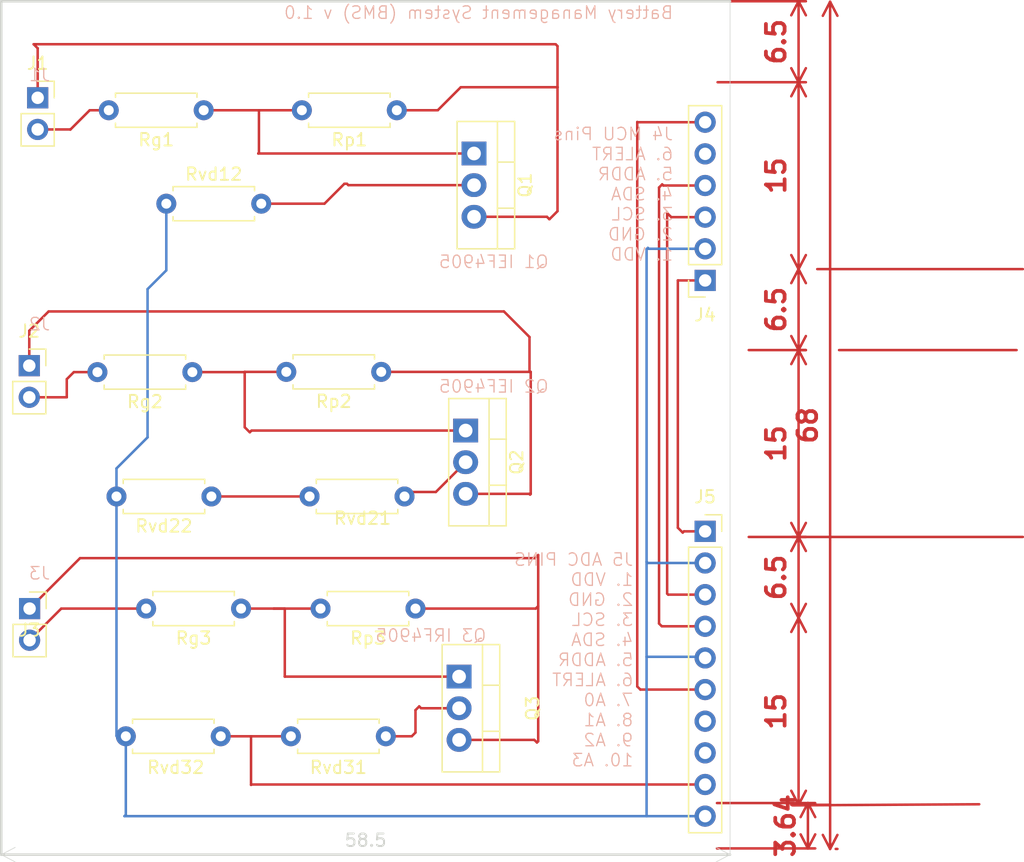
<source format=kicad_pcb>
(kicad_pcb (version 20241229) (generator "pcbnew") (generator_version "9.0")
  (title_block (title "Battery Measurement System (BMS)") (date "2025-12-31") (rev "V01") (company "RP_GM") (comment 7 "P-Channel Mosfets allows current to flow only when measuring.") (comment 8 "Three Channels: 4.2V, 8.4V, 12.6V") (comment 9 "Author: Garth John Martinsen"))
  (layers (0 "F.Cu" signal) (2 "B.Cu" signal) (13 "F.Paste" user) (15 "B.Paste" user) (5 "F.SilkS" user "F.Silkscreen") (7 "B.SilkS" user "B.Silkscreen") (1 "F.Mask" user) (3 "B.Mask" user) (25 "Edge.Cuts" user))
  (net 0 "")
  (net 1 "Net-(J1-Pin_1)")
  (net 2 "Net-(J1-Pin_2)")
  (net 3 "Net-(J2-Pin_2)")
  (net 4 "Net-(J2-Pin_1)")
  (net 5 "Net-(J3-Pin_1)")
  (net 6 "Net-(J3-Pin_2)")
  (net 7 "Net-(Q1-G)")
  (net 8 "Net-(Q2-D)")
  (net 9 "Net-(Q2-G)")
  (net 10 "Net-(Q3-G)")
  (net 11 "Net-(J4-Pin_3)")
  (net 12 "Net-(J4-Pin_6)")
  (net 13 "Net-(J4-Pin_1)")
  (net 14 "Net-(J4-Pin_4)")
  (net 15 "GND")
  (net 16 "Net-(J5-Pin_7)")
  (net 17 "Net-(J5-Pin_9)")
  (net 18 "Net-(J5-Pin_8)")
  (footprint "Connector_PinSocket_2.54mm:PinSocket_1x10_P2.54mm_Vertical" (layer "F.Cu") (at 182.5 61.05)
    (property "Reference" "J5" (at 0 -2.77 0) (layer "F.SilkS"))
    (property "Value" "ADC")
    (fp_line (start -1.33 1.27) (end -1.33 24.19) (stroke (width 0.12)) (layer "F.SilkS"))
    (fp_line (start -1.33 1.27) (end 1.33 1.27) (stroke (width 0.12)) (layer "F.SilkS"))
    (fp_line (start -1.33 24.19) (end 1.33 24.19) (stroke (width 0.12)) (layer "F.SilkS"))
    (fp_line (start 0 -1.33) (end 1.33 -1.33) (stroke (width 0.12)) (layer "F.SilkS"))
    (fp_line (start 1.33 -1.33) (end 1.33 0) (stroke (width 0.12)) (layer "F.SilkS"))
    (fp_line (start 1.33 1.27) (end 1.33 24.19) (stroke (width 0.12)) (layer "F.SilkS"))
    (pad "1" thru_hole rect (at 0 0) (size 1.7 1.7) (drill 1) (layers "*.Cu" "*.Mask") (net 13 "Net-(J4-Pin_1)"))
    (pad "2" thru_hole circle (at 0 2.54) (size 1.7 1.7) (drill 1) (layers "*.Cu" "*.Mask") (net 15 "GND"))
    (pad "3" thru_hole circle (at 0 5.08) (size 1.7 1.7) (drill 1) (layers "*.Cu" "*.Mask") (net 11 "Net-(J4-Pin_3)"))
    (pad "4" thru_hole circle (at 0 7.62) (size 1.7 1.7) (drill 1) (layers "*.Cu" "*.Mask") (net 14 "Net-(J4-Pin_4)"))
    (pad "5" thru_hole circle (at 0 10.16) (size 1.7 1.7) (drill 1) (layers "*.Cu" "*.Mask") (net 15 "GND"))
    (pad "6" thru_hole circle (at 0 12.7) (size 1.7 1.7) (drill 1) (layers "*.Cu" "*.Mask") (net 12 "Net-(J4-Pin_6)"))
    (pad "7" thru_hole circle (at 0 15.24) (size 1.7 1.7) (drill 1) (layers "*.Cu" "*.Mask") (net 16 "Net-(J5-Pin_7)"))
    (pad "8" thru_hole circle (at 0 17.78) (size 1.7 1.7) (drill 1) (layers "*.Cu" "*.Mask") (net 18 "Net-(J5-Pin_8)"))
    (pad "9" thru_hole circle (at 0 20.32) (size 1.7 1.7) (drill 1) (layers "*.Cu" "*.Mask") (net 17 "Net-(J5-Pin_9)"))
    (pad "10" thru_hole circle (at 0 22.86) (size 1.7 1.7) (drill 1) (layers "*.Cu" "*.Mask") (net 15 "GND"))
  )
  (footprint "Package_TO_SOT_THT:TO-220-3_Vertical" (layer "F.Cu") (at 163.276 52.96 -90)
    (property "Reference" "Q2" (at 2.54 -4.1 270) (layer "F.SilkS"))
    (property "Value" "IRF4905")
    (fp_line (start -2.57 1.36) (end -2.57 -3.26) (stroke (width 0.12)) (layer "F.SilkS"))
    (fp_line (start 7.65 1.36) (end -2.57 1.36) (stroke (width 0.12)) (layer "F.SilkS"))
    (fp_line (start -2.57 -1.88) (end 7.65 -1.88) (stroke (width 0.12)) (layer "F.SilkS"))
    (fp_line (start -2.57 -3.26) (end 7.65 -3.26) (stroke (width 0.12)) (layer "F.SilkS"))
    (fp_line (start 0.69 -3.26) (end 0.69 -1.88) (stroke (width 0.12)) (layer "F.SilkS"))
    (fp_line (start 4.39 -3.26) (end 4.39 -1.88) (stroke (width 0.12)) (layer "F.SilkS"))
    (fp_line (start 7.65 -3.26) (end 7.65 1.36) (stroke (width 0.12)) (layer "F.SilkS"))
    (pad "1" thru_hole rect (at 0 0 270) (size 1.905 2) (drill 1.1) (layers "*.Cu" "*.Mask") (net 9 "Net-(Q2-G)"))
    (pad "2" thru_hole oval (at 2.54 0 270) (size 1.905 2) (drill 1.1) (layers "*.Cu" "*.Mask") (net 8 "Net-(Q2-D)"))
    (pad "3" thru_hole oval (at 5.08 0 270) (size 1.905 2) (drill 1.1) (layers "*.Cu" "*.Mask") (net 4 "Net-(J2-Pin_1)"))
  )
  (footprint "Resistor_THT:R_Axial_DIN0207_L6.3mm_D2.5mm_P7.62mm_Horizontal" (layer "F.Cu") (at 156.5 48.25 180)
    (property "Reference" "Rp2" (at 3.81 -2.37 180) (layer "F.SilkS"))
    (property "Value" "10k")
    (fp_line (start 7.08 1.37) (end 7.08 1.04) (stroke (width 0.12)) (layer "F.SilkS"))
    (fp_line (start 7.08 -1.37) (end 7.08 -1.04) (stroke (width 0.12)) (layer "F.SilkS"))
    (fp_line (start 0.54 1.37) (end 7.08 1.37) (stroke (width 0.12)) (layer "F.SilkS"))
    (fp_line (start 0.54 1.04) (end 0.54 1.37) (stroke (width 0.12)) (layer "F.SilkS"))
    (fp_line (start 0.54 -1.04) (end 0.54 -1.37) (stroke (width 0.12)) (layer "F.SilkS"))
    (fp_line (start 0.54 -1.37) (end 7.08 -1.37) (stroke (width 0.12)) (layer "F.SilkS"))
    (pad "1" thru_hole circle (at 0 0 180) (size 1.6 1.6) (drill 0.8) (layers "*.Cu" "*.Mask") (net 4 "Net-(J2-Pin_1)"))
    (pad "2" thru_hole circle (at 7.62 0 180) (size 1.6 1.6) (drill 0.8) (layers "*.Cu" "*.Mask") (net 9 "Net-(Q2-G)"))
  )
  (footprint "Resistor_THT:R_Axial_DIN0207_L6.3mm_D2.5mm_P7.62mm_Horizontal" (layer "F.Cu") (at 150.75 58.25)
    (property "Reference" "Rvd21" (at 4.25 1.75 0) (layer "F.SilkS"))
    (property "Value" "680")
    (fp_line (start 0.54 -1.37) (end 7.08 -1.37) (stroke (width 0.12)) (layer "F.SilkS"))
    (fp_line (start 0.54 -1.04) (end 0.54 -1.37) (stroke (width 0.12)) (layer "F.SilkS"))
    (fp_line (start 0.54 1.04) (end 0.54 1.37) (stroke (width 0.12)) (layer "F.SilkS"))
    (fp_line (start 0.54 1.37) (end 7.08 1.37) (stroke (width 0.12)) (layer "F.SilkS"))
    (fp_line (start 7.08 -1.37) (end 7.08 -1.04) (stroke (width 0.12)) (layer "F.SilkS"))
    (fp_line (start 7.08 1.37) (end 7.08 1.04) (stroke (width 0.12)) (layer "F.SilkS"))
    (pad "1" thru_hole circle (at 0 0) (size 1.6 1.6) (drill 0.8) (layers "*.Cu" "*.Mask") (net 18 "Net-(J5-Pin_8)"))
    (pad "2" thru_hole circle (at 7.62 0) (size 1.6 1.6) (drill 0.8) (layers "*.Cu" "*.Mask") (net 8 "Net-(Q2-D)"))
  )
  (footprint "Resistor_THT:R_Axial_DIN0207_L6.3mm_D2.5mm_P7.62mm_Horizontal" (layer "F.Cu") (at 145.25 67.25 180)
    (property "Reference" "Rg3" (at 3.81 -2.37 180) (layer "F.SilkS"))
    (property "Value" "680")
    (fp_line (start 7.08 1.37) (end 7.08 1.04) (stroke (width 0.12)) (layer "F.SilkS"))
    (fp_line (start 7.08 -1.37) (end 7.08 -1.04) (stroke (width 0.12)) (layer "F.SilkS"))
    (fp_line (start 0.54 1.37) (end 7.08 1.37) (stroke (width 0.12)) (layer "F.SilkS"))
    (fp_line (start 0.54 1.04) (end 0.54 1.37) (stroke (width 0.12)) (layer "F.SilkS"))
    (fp_line (start 0.54 -1.04) (end 0.54 -1.37) (stroke (width 0.12)) (layer "F.SilkS"))
    (fp_line (start 0.54 -1.37) (end 7.08 -1.37) (stroke (width 0.12)) (layer "F.SilkS"))
    (pad "1" thru_hole circle (at 0 0 180) (size 1.6 1.6) (drill 0.8) (layers "*.Cu" "*.Mask") (net 10 "Net-(Q3-G)"))
    (pad "2" thru_hole circle (at 7.62 0 180) (size 1.6 1.6) (drill 0.8) (layers "*.Cu" "*.Mask") (net 6 "Net-(J3-Pin_2)"))
  )
  (footprint "Resistor_THT:R_Axial_DIN0207_L6.3mm_D2.5mm_P7.62mm_Horizontal" (layer "F.Cu") (at 139.25 34.75)
    (property "Reference" "Rvd12" (at 3.81 -2.37 0) (layer "F.SilkS"))
    (property "Value" "1k")
    (fp_line (start 0.54 -1.37) (end 7.08 -1.37) (stroke (width 0.12)) (layer "F.SilkS"))
    (fp_line (start 0.54 -1.04) (end 0.54 -1.37) (stroke (width 0.12)) (layer "F.SilkS"))
    (fp_line (start 0.54 1.04) (end 0.54 1.37) (stroke (width 0.12)) (layer "F.SilkS"))
    (fp_line (start 0.54 1.37) (end 7.08 1.37) (stroke (width 0.12)) (layer "F.SilkS"))
    (fp_line (start 7.08 -1.37) (end 7.08 -1.04) (stroke (width 0.12)) (layer "F.SilkS"))
    (fp_line (start 7.08 1.37) (end 7.08 1.04) (stroke (width 0.12)) (layer "F.SilkS"))
    (pad "1" thru_hole circle (at 0 0) (size 1.6 1.6) (drill 0.8) (layers "*.Cu" "*.Mask") (net 15 "GND"))
    (pad "2" thru_hole circle (at 7.62 0) (size 1.6 1.6) (drill 0.8) (layers "*.Cu" "*.Mask") (net 16 "Net-(J5-Pin_7)"))
  )
  (footprint "Connector_PinSocket_2.54mm:PinSocket_1x02_P2.54mm_Vertical" (layer "F.Cu") (at 128.275 67.25)
    (property "Reference" "J3" (at 0 1.73 0) (layer "F.SilkS"))
    (property "Value" "12.6V")
    (fp_line (start -1.33 1.27) (end -1.33 3.87) (stroke (width 0.12)) (layer "F.SilkS"))
    (fp_line (start -1.33 1.27) (end 1.33 1.27) (stroke (width 0.12)) (layer "F.SilkS"))
    (fp_line (start -1.33 3.87) (end 1.33 3.87) (stroke (width 0.12)) (layer "F.SilkS"))
    (fp_line (start 0 -1.33) (end 1.33 -1.33) (stroke (width 0.12)) (layer "F.SilkS"))
    (fp_line (start 1.33 -1.33) (end 1.33 0) (stroke (width 0.12)) (layer "F.SilkS"))
    (fp_line (start 1.33 1.27) (end 1.33 3.87) (stroke (width 0.12)) (layer "F.SilkS"))
    (pad "1" thru_hole rect (at 0 0) (size 1.7 1.7) (drill 1) (layers "*.Cu" "*.Mask") (net 5 "Net-(J3-Pin_1)"))
    (pad "2" thru_hole circle (at 0 2.54) (size 1.7 1.7) (drill 1) (layers "*.Cu" "*.Mask") (net 6 "Net-(J3-Pin_2)"))
  )
  (footprint "Package_TO_SOT_THT:TO-220-3_Vertical" (layer "F.Cu") (at 162.75 72.71 -90)
    (property "Reference" "Q3" (at 2.54 -5.9 90) (layer "F.SilkS"))
    (property "Value" "IRF4905")
    (fp_line (start -2.57 1.36) (end -2.57 -3.26) (stroke (width 0.12)) (layer "F.SilkS"))
    (fp_line (start 7.65 1.36) (end -2.57 1.36) (stroke (width 0.12)) (layer "F.SilkS"))
    (fp_line (start -2.57 -1.88) (end 7.65 -1.88) (stroke (width 0.12)) (layer "F.SilkS"))
    (fp_line (start -2.57 -3.26) (end 7.65 -3.26) (stroke (width 0.12)) (layer "F.SilkS"))
    (fp_line (start 0.69 -3.26) (end 0.69 -1.88) (stroke (width 0.12)) (layer "F.SilkS"))
    (fp_line (start 4.39 -3.26) (end 4.39 -1.88) (stroke (width 0.12)) (layer "F.SilkS"))
    (fp_line (start 7.65 -3.26) (end 7.65 1.36) (stroke (width 0.12)) (layer "F.SilkS"))
    (pad "1" thru_hole rect (at 0 0 270) (size 1.905 2) (drill 1.1) (layers "*.Cu" "*.Mask") (net 10 "Net-(Q3-G)"))
    (pad "2" thru_hole oval (at 2.54 0 270) (size 1.905 2) (drill 1.1) (layers "*.Cu" "*.Mask") (net 17 "Net-(J5-Pin_9)"))
    (pad "3" thru_hole oval (at 5.08 0 270) (size 1.905 2) (drill 1.1) (layers "*.Cu" "*.Mask") (net 5 "Net-(J3-Pin_1)"))
  )
  (footprint "Connector_PinSocket_2.54mm:PinSocket_1x02_P2.54mm_Vertical" (layer "F.Cu") (at 128.9245 26.25)
    (property "Reference" "J1" (at 0 -2.77 0) (layer "F.SilkS"))
    (property "Value" "4.2V")
    (fp_line (start -1.33 1.27) (end -1.33 3.87) (stroke (width 0.12)) (layer "F.SilkS"))
    (fp_line (start -1.33 1.27) (end 1.33 1.27) (stroke (width 0.12)) (layer "F.SilkS"))
    (fp_line (start -1.33 3.87) (end 1.33 3.87) (stroke (width 0.12)) (layer "F.SilkS"))
    (fp_line (start 0 -1.33) (end 1.33 -1.33) (stroke (width 0.12)) (layer "F.SilkS"))
    (fp_line (start 1.33 -1.33) (end 1.33 0) (stroke (width 0.12)) (layer "F.SilkS"))
    (fp_line (start 1.33 1.27) (end 1.33 3.87) (stroke (width 0.12)) (layer "F.SilkS"))
    (pad "1" thru_hole rect (at 0 0) (size 1.7 1.7) (drill 1) (layers "*.Cu" "*.Mask") (net 1 "Net-(J1-Pin_1)"))
    (pad "2" thru_hole circle (at 0 2.54) (size 1.7 1.7) (drill 1) (layers "*.Cu" "*.Mask") (net 2 "Net-(J1-Pin_2)"))
  )
  (footprint "Resistor_THT:R_Axial_DIN0207_L6.3mm_D2.5mm_P7.62mm_Horizontal" (layer "F.Cu") (at 141.34 48.27 180)
    (property "Reference" "Rg2" (at 3.81 -2.37 180) (layer "F.SilkS"))
    (property "Value" "470")
    (fp_line (start 7.08 1.37) (end 7.08 1.04) (stroke (width 0.12)) (layer "F.SilkS"))
    (fp_line (start 7.08 -1.37) (end 7.08 -1.04) (stroke (width 0.12)) (layer "F.SilkS"))
    (fp_line (start 0.54 1.37) (end 7.08 1.37) (stroke (width 0.12)) (layer "F.SilkS"))
    (fp_line (start 0.54 1.04) (end 0.54 1.37) (stroke (width 0.12)) (layer "F.SilkS"))
    (fp_line (start 0.54 -1.04) (end 0.54 -1.37) (stroke (width 0.12)) (layer "F.SilkS"))
    (fp_line (start 0.54 -1.37) (end 7.08 -1.37) (stroke (width 0.12)) (layer "F.SilkS"))
    (pad "1" thru_hole circle (at 0 0 180) (size 1.6 1.6) (drill 0.8) (layers "*.Cu" "*.Mask") (net 9 "Net-(Q2-G)"))
    (pad "2" thru_hole circle (at 7.62 0 180) (size 1.6 1.6) (drill 0.8) (layers "*.Cu" "*.Mask") (net 3 "Net-(J2-Pin_2)"))
  )
  (footprint "Resistor_THT:R_Axial_DIN0207_L6.3mm_D2.5mm_P7.62mm_Horizontal" (layer "F.Cu") (at 157.75 27.25 180)
    (property "Reference" "Rp1" (at 3.81 -2.37 180) (layer "F.SilkS"))
    (property "Value" "10k")
    (fp_line (start 7.08 1.37) (end 7.08 1.04) (stroke (width 0.12)) (layer "F.SilkS"))
    (fp_line (start 7.08 -1.37) (end 7.08 -1.04) (stroke (width 0.12)) (layer "F.SilkS"))
    (fp_line (start 0.54 1.37) (end 7.08 1.37) (stroke (width 0.12)) (layer "F.SilkS"))
    (fp_line (start 0.54 1.04) (end 0.54 1.37) (stroke (width 0.12)) (layer "F.SilkS"))
    (fp_line (start 0.54 -1.04) (end 0.54 -1.37) (stroke (width 0.12)) (layer "F.SilkS"))
    (fp_line (start 0.54 -1.37) (end 7.08 -1.37) (stroke (width 0.12)) (layer "F.SilkS"))
    (pad "1" thru_hole circle (at 0 0 180) (size 1.6 1.6) (drill 0.8) (layers "*.Cu" "*.Mask") (net 1 "Net-(J1-Pin_1)"))
    (pad "2" thru_hole circle (at 7.62 0 180) (size 1.6 1.6) (drill 0.8) (layers "*.Cu" "*.Mask") (net 7 "Net-(Q1-G)"))
  )
  (footprint "Connector_PinSocket_2.54mm:PinSocket_1x02_P2.54mm_Vertical" (layer "F.Cu") (at 128.25 47.75)
    (property "Reference" "J2" (at 0 -2.77 0) (layer "F.SilkS"))
    (property "Value" "8.4V")
    (fp_line (start -1.33 1.27) (end -1.33 3.87) (stroke (width 0.12)) (layer "F.SilkS"))
    (fp_line (start -1.33 1.27) (end 1.33 1.27) (stroke (width 0.12)) (layer "F.SilkS"))
    (fp_line (start -1.33 3.87) (end 1.33 3.87) (stroke (width 0.12)) (layer "F.SilkS"))
    (fp_line (start 0 -1.33) (end 1.33 -1.33) (stroke (width 0.12)) (layer "F.SilkS"))
    (fp_line (start 1.33 -1.33) (end 1.33 0) (stroke (width 0.12)) (layer "F.SilkS"))
    (fp_line (start 1.33 1.27) (end 1.33 3.87) (stroke (width 0.12)) (layer "F.SilkS"))
    (pad "1" thru_hole rect (at 0 0) (size 1.7 1.7) (drill 1) (layers "*.Cu" "*.Mask") (net 4 "Net-(J2-Pin_1)"))
    (pad "2" thru_hole circle (at 0 2.54) (size 1.7 1.7) (drill 1) (layers "*.Cu" "*.Mask") (net 3 "Net-(J2-Pin_2)"))
  )
  (footprint "Resistor_THT:R_Axial_DIN0207_L6.3mm_D2.5mm_P7.62mm_Horizontal" (layer "F.Cu") (at 142.87 58.25 180)
    (property "Reference" "Rvd22" (at 3.81 -2.37 0) (layer "F.SilkS"))
    (property "Value" "510")
    (fp_line (start 7.08 1.37) (end 7.08 1.04) (stroke (width 0.12)) (layer "F.SilkS"))
    (fp_line (start 7.08 -1.37) (end 7.08 -1.04) (stroke (width 0.12)) (layer "F.SilkS"))
    (fp_line (start 0.54 1.37) (end 7.08 1.37) (stroke (width 0.12)) (layer "F.SilkS"))
    (fp_line (start 0.54 1.04) (end 0.54 1.37) (stroke (width 0.12)) (layer "F.SilkS"))
    (fp_line (start 0.54 -1.04) (end 0.54 -1.37) (stroke (width 0.12)) (layer "F.SilkS"))
    (fp_line (start 0.54 -1.37) (end 7.08 -1.37) (stroke (width 0.12)) (layer "F.SilkS"))
    (pad "1" thru_hole circle (at 0 0 180) (size 1.6 1.6) (drill 0.8) (layers "*.Cu" "*.Mask") (net 18 "Net-(J5-Pin_8)"))
    (pad "2" thru_hole circle (at 7.62 0 180) (size 1.6 1.6) (drill 0.8) (layers "*.Cu" "*.Mask") (net 15 "GND"))
  )
  (footprint "Resistor_THT:R_Axial_DIN0207_L6.3mm_D2.5mm_P7.62mm_Horizontal" (layer "F.Cu") (at 159.25 67.25 180)
    (property "Reference" "Rp3" (at 3.81 -2.37 180) (layer "F.SilkS"))
    (property "Value" "10k")
    (fp_line (start 7.08 1.37) (end 7.08 1.04) (stroke (width 0.12)) (layer "F.SilkS"))
    (fp_line (start 7.08 -1.37) (end 7.08 -1.04) (stroke (width 0.12)) (layer "F.SilkS"))
    (fp_line (start 0.54 1.37) (end 7.08 1.37) (stroke (width 0.12)) (layer "F.SilkS"))
    (fp_line (start 0.54 1.04) (end 0.54 1.37) (stroke (width 0.12)) (layer "F.SilkS"))
    (fp_line (start 0.54 -1.04) (end 0.54 -1.37) (stroke (width 0.12)) (layer "F.SilkS"))
    (fp_line (start 0.54 -1.37) (end 7.08 -1.37) (stroke (width 0.12)) (layer "F.SilkS"))
    (pad "1" thru_hole circle (at 0 0 180) (size 1.6 1.6) (drill 0.8) (layers "*.Cu" "*.Mask") (net 5 "Net-(J3-Pin_1)"))
    (pad "2" thru_hole circle (at 7.62 0 180) (size 1.6 1.6) (drill 0.8) (layers "*.Cu" "*.Mask") (net 10 "Net-(Q3-G)"))
  )
  (footprint "Resistor_THT:R_Axial_DIN0207_L6.3mm_D2.5mm_P7.62mm_Horizontal" (layer "F.Cu") (at 136 77.5)
    (property "Reference" "Rvd32" (at 4 2.5 0) (layer "F.SilkS"))
    (property "Value" "330")
    (fp_line (start 0.54 -1.37) (end 7.08 -1.37) (stroke (width 0.12)) (layer "F.SilkS"))
    (fp_line (start 0.54 -1.04) (end 0.54 -1.37) (stroke (width 0.12)) (layer "F.SilkS"))
    (fp_line (start 0.54 1.04) (end 0.54 1.37) (stroke (width 0.12)) (layer "F.SilkS"))
    (fp_line (start 0.54 1.37) (end 7.08 1.37) (stroke (width 0.12)) (layer "F.SilkS"))
    (fp_line (start 7.08 -1.37) (end 7.08 -1.04) (stroke (width 0.12)) (layer "F.SilkS"))
    (fp_line (start 7.08 1.37) (end 7.08 1.04) (stroke (width 0.12)) (layer "F.SilkS"))
    (pad "1" thru_hole circle (at 0 0) (size 1.6 1.6) (drill 0.8) (layers "*.Cu" "*.Mask") (net 15 "GND"))
    (pad "2" thru_hole circle (at 7.62 0) (size 1.6 1.6) (drill 0.8) (layers "*.Cu" "*.Mask") (net 17 "Net-(J5-Pin_9)"))
  )
  (footprint "Connector_PinSocket_2.54mm:PinSocket_1x06_P2.54mm_Vertical" (layer "F.Cu") (at 182.5 40.91 180)
    (property "Reference" "J4" (at 0 -2.77 180) (layer "F.SilkS"))
    (property "Value" "MCU")
    (fp_line (start 1.33 1.27) (end 1.33 14.03) (stroke (width 0.12)) (layer "F.SilkS"))
    (fp_line (start 1.33 -1.33) (end 1.33 0) (stroke (width 0.12)) (layer "F.SilkS"))
    (fp_line (start 0 -1.33) (end 1.33 -1.33) (stroke (width 0.12)) (layer "F.SilkS"))
    (fp_line (start -1.33 14.03) (end 1.33 14.03) (stroke (width 0.12)) (layer "F.SilkS"))
    (fp_line (start -1.33 1.27) (end 1.33 1.27) (stroke (width 0.12)) (layer "F.SilkS"))
    (fp_line (start -1.33 1.27) (end -1.33 14.03) (stroke (width 0.12)) (layer "F.SilkS"))
    (pad "1" thru_hole rect (at 0 0 180) (size 1.7 1.7) (drill 1) (layers "*.Cu" "*.Mask") (net 13 "Net-(J4-Pin_1)"))
    (pad "2" thru_hole circle (at 0 2.54 180) (size 1.7 1.7) (drill 1) (layers "*.Cu" "*.Mask") (net 15 "GND"))
    (pad "3" thru_hole circle (at 0 5.08 180) (size 1.7 1.7) (drill 1) (layers "*.Cu" "*.Mask") (net 11 "Net-(J4-Pin_3)"))
    (pad "4" thru_hole circle (at 0 7.62 180) (size 1.7 1.7) (drill 1) (layers "*.Cu" "*.Mask") (net 14 "Net-(J4-Pin_4)"))
    (pad "5" thru_hole circle (at 0 10.16 180) (size 1.7 1.7) (drill 1) (layers "*.Cu" "*.Mask") (net 15 "GND"))
    (pad "6" thru_hole circle (at 0 12.7 180) (size 1.7 1.7) (drill 1) (layers "*.Cu" "*.Mask") (net 12 "Net-(J4-Pin_6)"))
  )
  (footprint "Resistor_THT:R_Axial_DIN0207_L6.3mm_D2.5mm_P7.62mm_Horizontal" (layer "F.Cu") (at 142.25 27.25 180)
    (property "Reference" "Rg1" (at 3.81 -2.37 180) (layer "F.SilkS"))
    (property "Value" "220")
    (fp_line (start 7.08 1.37) (end 7.08 1.04) (stroke (width 0.12)) (layer "F.SilkS"))
    (fp_line (start 7.08 -1.37) (end 7.08 -1.04) (stroke (width 0.12)) (layer "F.SilkS"))
    (fp_line (start 0.54 1.37) (end 7.08 1.37) (stroke (width 0.12)) (layer "F.SilkS"))
    (fp_line (start 0.54 1.04) (end 0.54 1.37) (stroke (width 0.12)) (layer "F.SilkS"))
    (fp_line (start 0.54 -1.04) (end 0.54 -1.37) (stroke (width 0.12)) (layer "F.SilkS"))
    (fp_line (start 0.54 -1.37) (end 7.08 -1.37) (stroke (width 0.12)) (layer "F.SilkS"))
    (pad "1" thru_hole circle (at 0 0 180) (size 1.6 1.6) (drill 0.8) (layers "*.Cu" "*.Mask") (net 7 "Net-(Q1-G)"))
    (pad "2" thru_hole circle (at 7.62 0 180) (size 1.6 1.6) (drill 0.8) (layers "*.Cu" "*.Mask") (net 2 "Net-(J1-Pin_2)"))
  )
  (footprint "Resistor_THT:R_Axial_DIN0207_L6.3mm_D2.5mm_P7.62mm_Horizontal" (layer "F.Cu") (at 149.25 77.5)
    (property "Reference" "Rvd31" (at 3.81 2.5 0) (layer "F.SilkS"))
    (property "Value" "1k")
    (fp_line (start 0.54 -1.37) (end 7.08 -1.37) (stroke (width 0.12)) (layer "F.SilkS"))
    (fp_line (start 0.54 -1.04) (end 0.54 -1.37) (stroke (width 0.12)) (layer "F.SilkS"))
    (fp_line (start 0.54 1.04) (end 0.54 1.37) (stroke (width 0.12)) (layer "F.SilkS"))
    (fp_line (start 0.54 1.37) (end 7.08 1.37) (stroke (width 0.12)) (layer "F.SilkS"))
    (fp_line (start 7.08 -1.37) (end 7.08 -1.04) (stroke (width 0.12)) (layer "F.SilkS"))
    (fp_line (start 7.08 1.37) (end 7.08 1.04) (stroke (width 0.12)) (layer "F.SilkS"))
    (pad "1" thru_hole circle (at 0 0) (size 1.6 1.6) (drill 0.8) (layers "*.Cu" "*.Mask") (net 17 "Net-(J5-Pin_9)"))
    (pad "2" thru_hole circle (at 7.62 0) (size 1.6 1.6) (drill 0.8) (layers "*.Cu" "*.Mask") (net 17 "Net-(J5-Pin_9)"))
  )
  (footprint "Package_TO_SOT_THT:TO-220-3_Vertical" (layer "F.Cu") (at 163.949 30.721 -90)
    (property "Reference" "Q1" (at 2.54 -4.1 270) (layer "F.SilkS"))
    (property "Value" "IRF4905")
    (fp_line (start -2.57 1.36) (end -2.57 -3.26) (stroke (width 0.12)) (layer "F.SilkS"))
    (fp_line (start 7.65 1.36) (end -2.57 1.36) (stroke (width 0.12)) (layer "F.SilkS"))
    (fp_line (start -2.57 -1.88) (end 7.65 -1.88) (stroke (width 0.12)) (layer "F.SilkS"))
    (fp_line (start -2.57 -3.26) (end 7.65 -3.26) (stroke (width 0.12)) (layer "F.SilkS"))
    (fp_line (start 0.69 -3.26) (end 0.69 -1.88) (stroke (width 0.12)) (layer "F.SilkS"))
    (fp_line (start 4.39 -3.26) (end 4.39 -1.88) (stroke (width 0.12)) (layer "F.SilkS"))
    (fp_line (start 7.65 -3.26) (end 7.65 1.36) (stroke (width 0.12)) (layer "F.SilkS"))
    (pad "1" thru_hole rect (at 0 0 270) (size 1.905 2) (drill 1.1) (layers "*.Cu" "*.Mask") (net 7 "Net-(Q1-G)"))
    (pad "2" thru_hole oval (at 2.54 0 270) (size 1.905 2) (drill 1.1) (layers "*.Cu" "*.Mask") (net 16 "Net-(J5-Pin_7)"))
    (pad "3" thru_hole oval (at 5.08 0 270) (size 1.905 2) (drill 1.1) (layers "*.Cu" "*.Mask") (net 1 "Net-(J1-Pin_1)"))
  )
  (gr_line (start 189.5 83.044378) (end 204.5 82.955621) (stroke (width 0.2)) (layer "F.Cu"))
  (gr_line (start 193.25 46.5) (end 207.5 46.5) (stroke (width 0.2)) (layer "F.Cu"))
  (gr_line (start 191.5 40) (end 208 40) (stroke (width 0.2)) (layer "F.Cu"))
  (gr_line (start 189.5 61.5) (end 208 61.5) (stroke (width 0.2)) (layer "F.Cu"))
  (gr_line (start 126 18.5) (end 184.5 18.5) (stroke (width 0.2)) (layer "Edge.Cuts"))
  (gr_line (start 126 87) (end 184.5 87) (stroke (width 0.2)) (layer "Edge.Cuts"))
  (gr_line (start 126 18.5) (end 126 87) (stroke (width 0.2)) (layer "Edge.Cuts"))
  (gr_line (start 184.5 18.5) (end 184.5 87) (stroke (width 0.05)) (layer "Edge.Cuts"))
  (gr_text "J2" (at 130 45 0) (layer "B.SilkS") (effects (font (size 1 1) (thickness 0.1)) (justify left bottom mirror)))
  (gr_text "J1" (at 130 25 0) (layer "B.SilkS") (effects (font (size 1 1) (thickness 0.1)) (justify left bottom mirror)))
  (gr_text "J3" (at 130 65 0) (layer "B.SilkS") (effects (font (size 1 1) (thickness 0.1)) (justify left bottom mirror)))
  (gr_text "Battery Management System (BMS) v 1.0" (at 180 20 0) (layer "B.SilkS") (effects (font (size 1 1) (thickness 0.1)) (justify left bottom mirror)))
  (gr_text "J4 MCU Pins\n6. ALERT\n5. ADDR\n4. SDA\n3. SCL\n2. GND\n1. VDD\n" (at 180 39.4 0) (layer "B.SilkS") (effects (font (size 1 1) (thickness 0.1)) (justify left bottom mirror)))
  (gr_text "Q3 IRF4905" (at 165 70 0) (layer "B.SilkS") (effects (font (size 1 1) (thickness 0.1)) (justify left bottom mirror)))
  (gr_text "Q1 IEF4905" (at 170 40 0) (layer "B.SilkS") (effects (font (size 1 1) (thickness 0.1)) (justify left bottom mirror)))
  (gr_text "J5 ADC PINS\n1. VDD\n2. GND\n3. SCL\n4. SDA\n5. ADDR\n6. ALERT\n7. A0\n8. A1\n9. A2\n10. A3" (at 176.8 80 0) (layer "B.SilkS") (effects (font (size 1 1) (thickness 0.1)) (justify left bottom mirror)))
  (gr_text "Q2 IEF4905" (at 170 50 0) (layer "B.SilkS") (effects (font (size 1 1) (thickness 0.1)) (justify left bottom mirror)))
  (dimension (type orthogonal) (layer "F.Cu") (pts (xy 182.95 82.86) (xy 182.95 86.5)) (height 7.8) (orientation 1) (format (prefix "") (suffix "") (units 3) (units_format 0) (precision 4) (suppress_zeroes yes)) (style (thickness 0.2) (arrow_length 1.27) (text_position_mode 0) (arrow_direction outward) (extension_height 0.58642) (extension_offset 0.5) (keep_text_aligned yes)) (gr_text "143.3071" (at 188.95 84.68 90) (layer "F.Cu") (effects (font (size 1.5 1.5) (thickness 0.3)))))
  (dimension (type orthogonal) (layer "F.Cu") (pts (xy 190 68) (xy 193 83)) (height 0) (orientation 1) (format (prefix "") (suffix "") (units 3) (units_format 0) (precision 4) (suppress_zeroes yes)) (style (thickness 0.2) (arrow_length 1.27) (text_position_mode 0) (arrow_direction outward) (extension_height 0.58642) (extension_offset 0.5) (keep_text_aligned yes)) (gr_text "590.5512" (at 188.2 75.5 90) (layer "F.Cu") (effects (font (size 1.5 1.5) (thickness 0.3)))))
  (dimension (type orthogonal) (layer "F.Cu") (pts (xy 185.5 46.5) (xy 185.5 61.5)) (height 4.5) (orientation 1) (format (prefix "") (suffix "") (units 3) (units_format 0) (precision 4) (suppress_zeroes yes)) (style (thickness 0.2) (arrow_length 1.27) (text_position_mode 0) (arrow_direction outward) (extension_height 0.58642) (extension_offset 0.5) (keep_text_aligned yes)) (gr_text "590.5512" (at 188.2 54 90) (layer "F.Cu") (effects (font (size 1.5 1.5) (thickness 0.3)))))
  (dimension (type orthogonal) (layer "F.Cu") (pts (xy 190 61.5) (xy 190 68)) (height 0) (orientation 1) (format (prefix "") (suffix "") (units 3) (units_format 0) (precision 4) (suppress_zeroes yes)) (style (thickness 0.2) (arrow_length 1.27) (text_position_mode 0) (arrow_direction outward) (extension_height 0.58642) (extension_offset 0.5) (keep_text_aligned yes)) (gr_text "255.9055" (at 188.2 64.75 90) (layer "F.Cu") (effects (font (size 1.5 1.5) (thickness 0.3)))))
  (dimension (type orthogonal) (layer "F.Cu") (pts (xy 192.532 18.542) (xy 192.482 86.542)) (height 0) (orientation 1) (format (prefix "") (suffix "") (units 3) (units_format 0) (precision 4) (suppress_zeroes yes)) (style (thickness 0.2) (arrow_length 1.27) (text_position_mode 0) (arrow_direction outward) (extension_height 0.58642) (extension_offset 0.5) (keep_text_aligned yes)) (gr_text "2677.1654" (at 190.732 52.542 90) (layer "F.Cu") (effects (font (size 1.5 1.5) (thickness 0.3)))))
  (dimension (type orthogonal) (layer "F.Cu") (pts (xy 190 25) (xy 190 40)) (height 0) (orientation 1) (format (prefix "") (suffix "") (units 3) (units_format 0) (precision 4) (suppress_zeroes yes)) (style (thickness 0.2) (arrow_length 1.27) (text_position_mode 0) (arrow_direction outward) (extension_height 0.58642) (extension_offset 0.5) (keep_text_aligned yes)) (gr_text "590.5512" (at 188.2 32.5 90) (layer "F.Cu") (effects (font (size 1.5 1.5) (thickness 0.3)))))
  (dimension (type orthogonal) (layer "F.Cu") (pts (xy 190 40) (xy 189.5 46.5)) (height 0) (orientation 1) (format (prefix "") (suffix "") (units 3) (units_format 0) (precision 4) (suppress_zeroes yes)) (style (thickness 0.2) (arrow_length 1.27) (text_position_mode 0) (arrow_direction outward) (extension_height 0.58642) (extension_offset 0.5) (keep_text_aligned yes)) (gr_text "255.9055" (at 188.2 43.25 90) (layer "F.Cu") (effects (font (size 1.5 1.5) (thickness 0.3)))))
  (dimension (type orthogonal) (layer "F.Cu") (pts (xy 183 18.5) (xy 183 25)) (height 7) (orientation 1) (format (prefix "") (suffix "") (units 3) (units_format 0) (precision 4) (suppress_zeroes yes)) (style (thickness 0.2) (arrow_length 1.27) (text_position_mode 0) (arrow_direction outward) (extension_height 0.58642) (extension_offset 0.5) (keep_text_aligned yes)) (gr_text "255.9055" (at 188.2 21.75 90) (layer "F.Cu") (effects (font (size 1.5 1.5) (thickness 0.3)))))
  (dimension (type orthogonal) (layer "Edge.Cuts") (pts (xy 126 87) (xy 184.5 87)) (height 0) (orientation 0) (format (prefix "") (suffix "") (units 3) (units_format 0) (precision 4) (suppress_zeroes yes)) (style (thickness 0.05) (arrow_length 1.27) (text_position_mode 0) (arrow_direction outward) (extension_height 0.58642) (extension_offset 0.5) (keep_text_aligned yes)) (gr_text "2303.1496" (at 155.25 85.85 0) (layer "Edge.Cuts") (effects (font (size 1 1) (thickness 0.15)))))
  (segment (start 170.65 25.4) (end 170.65 25.401) (width 0.2) (layer "F.Cu") (net 1))
  (segment (start 128.6 21.95) (end 128.9245 22.2745) (width 0.2) (layer "F.Cu") (net 1))
  (segment (start 161.036 27.25) (end 162.885 25.401) (width 0.2) (layer "F.Cu") (net 1))
  (segment (start 128.9245 22.2745) (end 128.9245 26.25) (width 0.2) (layer "F.Cu") (net 1))
  (segment (start 170 36) (end 169.801 35.801) (width 0.2) (layer "F.Cu") (net 1))
  (segment (start 169.801 35.801) (end 163.949 35.801) (width 0.2) (layer "F.Cu") (net 1))
  (segment (start 170.65 35.35) (end 170 36) (width 0.2) (layer "F.Cu") (net 1))
  (segment (start 128.6 21.95) (end 170.5 21.95) (width 0.2) (layer "F.Cu") (net 1))
  (segment (start 162.885 25.401) (end 170.65 25.401) (width 0.2) (layer "F.Cu") (net 1))
  (segment (start 170.5 21.95) (end 170.65 22.1) (width 0.2) (layer "F.Cu") (net 1))
  (segment (start 157.75 27.25) (end 161.036 27.25) (width 0.2) (layer "F.Cu") (net 1))
  (segment (start 170.65 25.4) (end 170.65 35.35) (width 0.2) (layer "F.Cu") (net 1))
  (segment (start 170.65 22.1) (end 170.65 25.4) (width 0.2) (layer "F.Cu") (net 1))
  (segment (start 128.9245 28.79) (end 131.54 28.79) (width 0.2) (layer "F.Cu") (net 2))
  (segment (start 131.54 28.79) (end 131.55 28.8) (width 0.2) (layer "F.Cu") (net 2))
  (segment (start 131.55 28.8) (end 133.1 27.25) (width 0.2) (layer "F.Cu") (net 2))
  (segment (start 133.1 27.25) (end 135.25 27.25) (width 0.2) (layer "F.Cu") (net 2))
  (segment (start 131.826 48.27) (end 131.26 48.836) (width 0.2) (layer "F.Cu") (net 3))
  (segment (start 131.26 48.836) (end 131.26 50.29) (width 0.2) (layer "F.Cu") (net 3))
  (segment (start 131.26 50.29) (end 128.25 50.29) (width 0.2) (layer "F.Cu") (net 3))
  (segment (start 134.34 48.27) (end 131.826 48.27) (width 0.2) (layer "F.Cu") (net 3))
  (segment (start 128.25 44.95) (end 128.25 47.75) (width 0.2) (layer "F.Cu") (net 4))
  (segment (start 168.45 58.1) (end 168.39 58.04) (width 0.2) (layer "F.Cu") (net 4))
  (segment (start 129.8 43.4) (end 128.25 44.95) (width 0.2) (layer "F.Cu") (net 4))
  (segment (start 168.402 45.452) (end 166.35 43.4) (width 0.2) (layer "F.Cu") (net 4))
  (segment (start 168.402 48.25) (end 168.5 48.25) (width 0.2) (layer "F.Cu") (net 4))
  (segment (start 168.402 48.25) (end 168.402 45.452) (width 0.2) (layer "F.Cu") (net 4))
  (segment (start 168.39 58.04) (end 163.276 58.04) (width 0.2) (layer "F.Cu") (net 4))
  (segment (start 166.35 43.4) (end 129.8 43.4) (width 0.2) (layer "F.Cu") (net 4))
  (segment (start 168.5 48.25) (end 168.5 58.05) (width 0.2) (layer "F.Cu") (net 4))
  (segment (start 156.5 48.25) (end 168.402 48.25) (width 0.2) (layer "F.Cu") (net 4))
  (segment (start 168.5 58.05) (end 168.45 58.1) (width 0.2) (layer "F.Cu") (net 4))
  (segment (start 168.79 77.79) (end 162.75 77.79) (width 0.2) (layer "F.Cu") (net 5))
  (segment (start 169.1 62.95) (end 169.1 67.05) (width 0.2) (layer "F.Cu") (net 5))
  (segment (start 128.275 67.25) (end 132.325 63.2) (width 0.2) (layer "F.Cu") (net 5))
  (segment (start 169.1 67.05) (end 169.1 77.9) (width 0.2) (layer "F.Cu") (net 5))
  (segment (start 168.85 63.2) (end 169.1 62.95) (width 0.2) (layer "F.Cu") (net 5))
  (segment (start 168.9 67.25) (end 169.1 67.05) (width 0.2) (layer "F.Cu") (net 5))
  (segment (start 159.25 67.25) (end 168.9 67.25) (width 0.2) (layer "F.Cu") (net 5))
  (segment (start 132.325 63.2) (end 168.85 63.2) (width 0.2) (layer "F.Cu") (net 5))
  (segment (start 169 78) (end 168.79 77.79) (width 0.2) (layer "F.Cu") (net 5))
  (segment (start 169.1 77.9) (end 169 78) (width 0.2) (layer "F.Cu") (net 5))
  (segment (start 128.275 69.79) (end 130.815 67.25) (width 0.2) (layer "F.Cu") (net 6))
  (segment (start 130.815 67.25) (end 138.25 67.25) (width 0.2) (layer "F.Cu") (net 6))
  (segment (start 146.685 27.25) (end 146.685 30.665) (width 0.2) (layer "F.Cu") (net 7))
  (segment (start 146.629 30.721) (end 163.949 30.721) (width 0.2) (layer "F.Cu") (net 7))
  (segment (start 142.25 27.25) (end 146.685 27.25) (width 0.2) (layer "F.Cu") (net 7))
  (segment (start 146.685 27.25) (end 150.75 27.25) (width 0.2) (layer "F.Cu") (net 7))
  (segment (start 146.685 30.665) (end 146.629 30.721) (width 0.2) (layer "F.Cu") (net 7))
  (segment (start 160.8865 57.8895) (end 163.276 55.5) (width 0.2) (layer "F.Cu") (net 8))
  (segment (start 160.8865 57.8895) (end 158.1105 57.8895) (width 0.2) (layer "F.Cu") (net 8))
  (segment (start 149.5 48.25) (end 145.542 48.25) (width 0.2) (layer "F.Cu") (net 9))
  (segment (start 145.542 52.692) (end 145.95 53.1) (width 0.2) (layer "F.Cu") (net 9))
  (segment (start 145.95 53.1) (end 146.09 52.96) (width 0.2) (layer "F.Cu") (net 9))
  (segment (start 145.542 48.25) (end 145.542 52.692) (width 0.2) (layer "F.Cu") (net 9))
  (segment (start 145.522 48.27) (end 141.34 48.27) (width 0.2) (layer "F.Cu") (net 9))
  (segment (start 146.09 52.96) (end 163.276 52.96) (width 0.2) (layer "F.Cu") (net 9))
  (segment (start 145.542 48.25) (end 145.522 48.27) (width 0.2) (layer "F.Cu") (net 9))
  (segment (start 148.76 72.69) (end 148.75 72.7) (width 0.2) (layer "F.Cu") (net 10))
  (segment (start 148.76 67.25) (end 148.76 72.69) (width 0.2) (layer "F.Cu") (net 10))
  (segment (start 147.871 67.25) (end 144.75 67.25) (width 0.2) (layer "F.Cu") (net 10))
  (segment (start 148.76 72.71) (end 162.75 72.71) (width 0.2) (layer "F.Cu") (net 10))
  (segment (start 148.75 72.7) (end 148.76 72.71) (width 0.2) (layer "F.Cu") (net 10))
  (segment (start 151 67.25) (end 147.871 67.25) (width 0.2) (layer "F.Cu") (net 10))
  (segment (start 147.871 67.25) (end 148.76 67.25) (width 0.2) (layer "F.Cu") (net 10))
  (segment (start 179.45 66.05) (end 179.45 35.5) (width 0.2) (layer "F.Cu") (net 11))
  (segment (start 179.53 66.13) (end 179.45 66.05) (width 0.2) (layer "F.Cu") (net 11))
  (segment (start 179.78 35.83) (end 182.5 35.83) (width 0.2) (layer "F.Cu") (net 11))
  (segment (start 182.5 66.13) (end 179.53 66.13) (width 0.2) (layer "F.Cu") (net 11))
  (segment (start 179.45 35.5) (end 179.78 35.83) (width 0.2) (layer "F.Cu") (net 11))
  (segment (start 182.5 73.75) (end 177.3 73.75) (width 0.2) (layer "F.Cu") (net 12))
  (segment (start 177.066 28.21) (end 177.05 28.194) (width 0.2) (layer "F.Cu") (net 12))
  (segment (start 177.3 73.75) (end 177.05 73.5) (width 0.2) (layer "F.Cu") (net 12))
  (segment (start 177.05 73.5) (end 177.05 28.194) (width 0.2) (layer "F.Cu") (net 12))
  (segment (start 182.5 28.21) (end 177.066 28.21) (width 0.2) (layer "F.Cu") (net 12))
  (segment (start 180.31 60.76) (end 180.7 61.15) (width 0.2) (layer "F.Cu") (net 13))
  (segment (start 182.5 40.91) (end 180.31 40.91) (width 0.2) (layer "F.Cu") (net 13))
  (segment (start 180.7 61.15) (end 180.8 61.05) (width 0.2) (layer "F.Cu") (net 13))
  (segment (start 180.31 40.91) (end 180.31 60.76) (width 0.2) (layer "F.Cu") (net 13))
  (segment (start 180.8 61.05) (end 182.5 61.05) (width 0.2) (layer "F.Cu") (net 13))
  (segment (start 178.8 68.45) (end 178.8 33.45) (width 0.2) (layer "F.Cu") (net 14))
  (segment (start 179.02 68.67) (end 178.8 68.45) (width 0.2) (layer "F.Cu") (net 14))
  (segment (start 179.14 33.29) (end 182.5 33.29) (width 0.2) (layer "F.Cu") (net 14))
  (segment (start 178.8 33.45) (end 179.05 33.2) (width 0.2) (layer "F.Cu") (net 14))
  (segment (start 182.5 68.67) (end 179.02 68.67) (width 0.2) (layer "F.Cu") (net 14))
  (segment (start 179.05 33.2) (end 179.14 33.29) (width 0.2) (layer "F.Cu") (net 14))
  (segment (start 177.8 83.91) (end 182.5 83.91) (width 0.2) (layer "B.Cu") (net 15))
  (segment (start 139.25 34.75) (end 139.25 40.1) (width 0.2) (layer "B.Cu") (net 15))
  (segment (start 135.25 58.25) (end 135.25 77.47) (width 0.2) (layer "B.Cu") (net 15))
  (segment (start 136 83.8) (end 135.89 83.91) (width 0.2) (layer "B.Cu") (net 15))
  (segment (start 177.9 38.3) (end 177.97 38.37) (width 0.2) (layer "B.Cu") (net 15))
  (segment (start 136 77.5) (end 136 83.8) (width 0.2) (layer "B.Cu") (net 15))
  (segment (start 135.28 77.5) (end 135.25 77.47) (width 0.2) (layer "B.Cu") (net 15))
  (segment (start 177.8 63.5) (end 177.8 38.4) (width 0.2) (layer "B.Cu") (net 15))
  (segment (start 177.8 83.91) (end 177.8 71.12) (width 0.2) (layer "B.Cu") (net 15))
  (segment (start 135.25 56) (end 135.25 58.25) (width 0.2) (layer "B.Cu") (net 15))
  (segment (start 139.25 40.1) (end 137.7445 41.6055) (width 0.2) (layer "B.Cu") (net 15))
  (segment (start 135.89 83.91) (end 177.8 83.91) (width 0.2) (layer "B.Cu") (net 15))
  (segment (start 177.8 38.4) (end 177.9 38.3) (width 0.2) (layer "B.Cu") (net 15))
  (segment (start 177.89 63.59) (end 177.8 63.5) (width 0.2) (layer "B.Cu") (net 15))
  (segment (start 182.5 63.59) (end 177.89 63.59) (width 0.2) (layer "B.Cu") (net 15))
  (segment (start 177.97 38.37) (end 182.5 38.37) (width 0.2) (layer "B.Cu") (net 15))
  (segment (start 177.8 71.12) (end 177.8 63.5) (width 0.2) (layer "B.Cu") (net 15))
  (segment (start 177.8 71.12) (end 182.37 71.12) (width 0.2) (layer "B.Cu") (net 15))
  (segment (start 136 77.5) (end 135.28 77.5) (width 0.2) (layer "B.Cu") (net 15))
  (segment (start 137.7445 53.5055) (end 135.25 56) (width 0.2) (layer "B.Cu") (net 15))
  (segment (start 137.7445 41.6055) (end 137.7445 53.5055) (width 0.2) (layer "B.Cu") (net 15))
  (segment (start 182.37 71.12) (end 182.45 71.2) (width 0.2) (layer "B.Cu") (net 15))
  (segment (start 163.949 33.261) (end 153.861 33.261) (width 0.2) (layer "F.Cu") (net 16))
  (segment (start 153.861 33.261) (end 153.75 33.15) (width 0.2) (layer "F.Cu") (net 16))
  (segment (start 153.543 33.15) (end 151.943 34.75) (width 0.2) (layer "F.Cu") (net 16))
  (segment (start 153.75 33.15) (end 153.543 33.15) (width 0.2) (layer "F.Cu") (net 16))
  (segment (start 151.943 34.75) (end 146.25 34.75) (width 0.2) (layer "F.Cu") (net 16))
  (segment (start 162.75 75.25) (end 159.7 75.25) (width 0.2) (layer "F.Cu") (net 17))
  (segment (start 159.25 77.2) (end 158.95 77.5) (width 0.2) (layer "F.Cu") (net 17))
  (segment (start 149.25 77.5) (end 146.05 77.5) (width 0.2) (layer "F.Cu") (net 17))
  (segment (start 159.7 75.25) (end 159.55 75.1) (width 0.2) (layer "F.Cu") (net 17))
  (segment (start 158.95 77.5) (end 156.25 77.5) (width 0.2) (layer "F.Cu") (net 17))
  (segment (start 146.05 77.5) (end 143 77.5) (width 0.2) (layer "F.Cu") (net 17))
  (segment (start 146.08 81.37) (end 182.5 81.37) (width 0.2) (layer "F.Cu") (net 17))
  (segment (start 159.25 75.4) (end 159.25 77.2) (width 0.2) (layer "F.Cu") (net 17))
  (segment (start 146.05 77.5) (end 146.05 81.4) (width 0.2) (layer "F.Cu") (net 17))
  (segment (start 159.55 75.1) (end 159.25 75.4) (width 0.2) (layer "F.Cu") (net 17))
  (segment (start 146.05 81.4) (end 146.08 81.37) (width 0.2) (layer "F.Cu") (net 17))
  (segment (start 142.87 58.25) (end 150.75 58.25) (width 0.2) (layer "F.Cu") (net 18))
)
</source>
